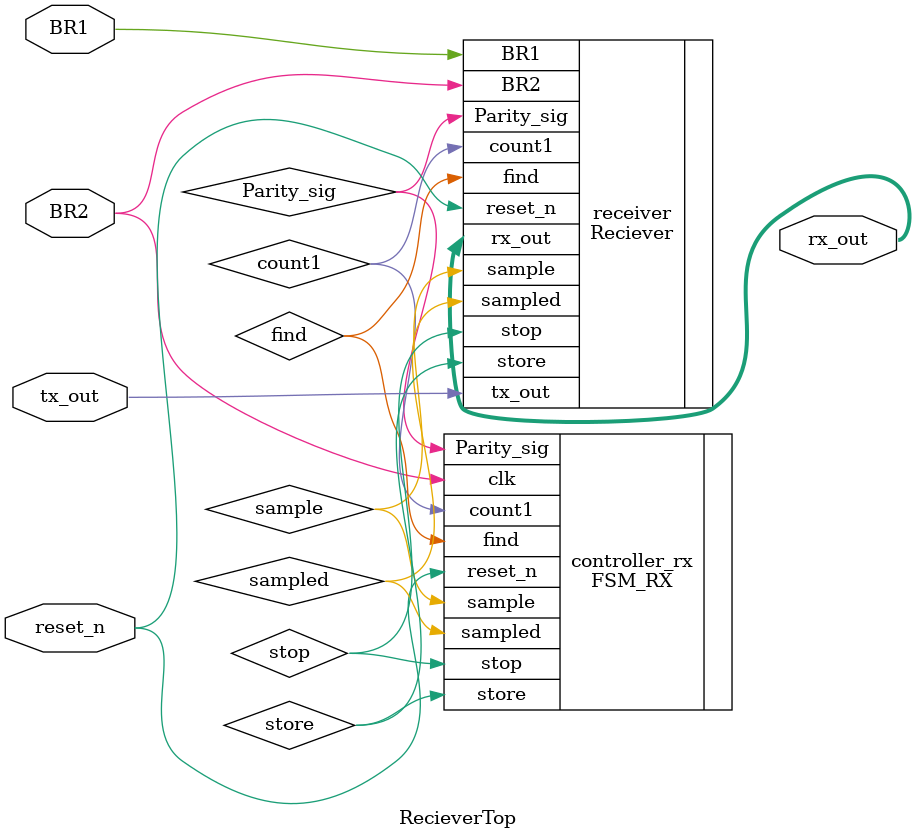
<source format=sv>
`timescale 1ns / 1ps

module RecieverTop(
    
    input logic reset_n,BR1,BR2,tx_out,
    output logic [8:0] rx_out
    );
    
     logic stop;
     logic sampled;
     logic find;
   
     logic count1;
     logic store;
     logic count1_out;
     logic Parity_sig;
     logic sample;
                
    Reciever receiver (
     .tx_out(tx_out),
     .BR1(BR1),
     .BR2(BR2),
     .find(find), 
     .stop(stop), 
     .rx_out(rx_out),
     .sampled(sampled),
     .count1(count1),
     .sample(sample),
     .Parity_sig(Parity_sig),
     .store(store),
     .reset_n(reset_n)
    );
  
    FSM_RX controller_rx(
    .clk(BR2),                               
    .reset_n(reset_n),
    .stop(stop),
    .sampled(sampled),
    .find(find),       
    .store(store),
    .count1(count1),
    .Parity_sig(Parity_sig),
    .sample(sample)    
    
    );
    
    
endmodule

</source>
